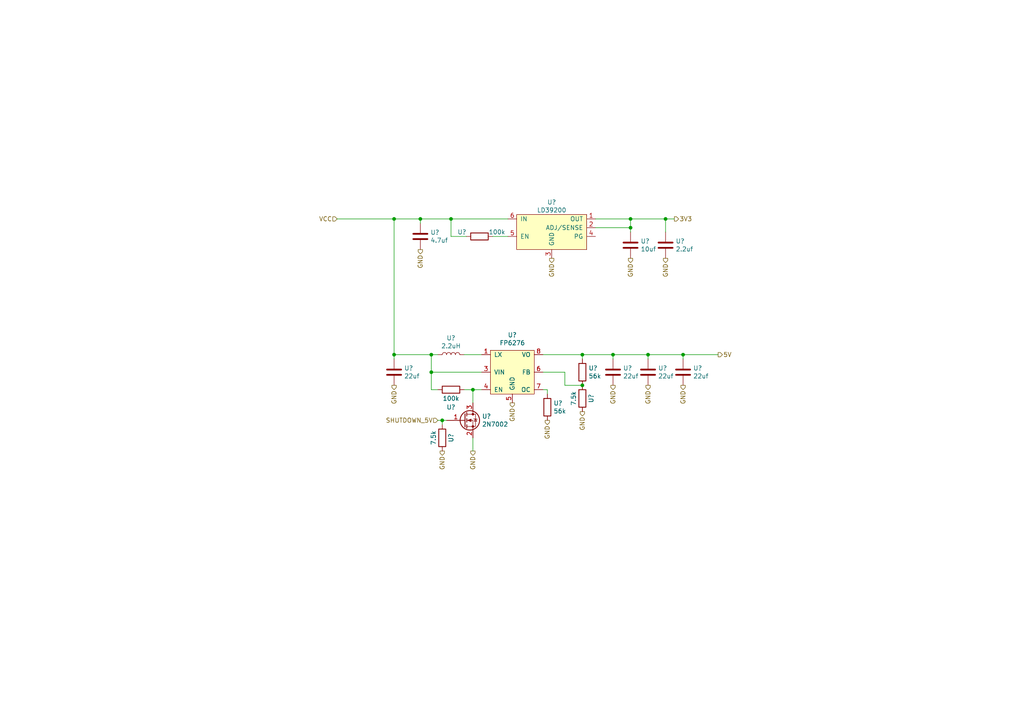
<source format=kicad_sch>
(kicad_sch (version 20211123) (generator eeschema)
  (paper "A4")
  (lib_symbols
    (symbol "B.B-rescue:2N7002-Transistor_FET-B.B-rescue-B.B-rescue" (pin_names (offset 0) hide)
      (property "Reference" "Q" (at 5.08 1.905 0))
      (property "Value" "2N7002-Transistor_FET-B.B-rescue-B.B-rescue" (at 5.08 0 0))
      (symbol "2N7002-Transistor_FET-B.B-rescue-B.B-rescue_0_1"
        (polyline (pts (xy 0.762 -1.778) (xy 2.54 -1.778)))
        (polyline (pts (xy 0.762 -1.27) (xy 0.762 -2.286)) (stroke (width 0.254)))
        (polyline (pts (xy 0.762 0) (xy 2.54 0)))
        (polyline (pts (xy 0.762 0.508) (xy 0.762 -0.508)) (stroke (width 0.254)))
        (polyline (pts (xy 0.762 1.778) (xy 2.54 1.778)))
        (polyline (pts (xy 0.762 2.286) (xy 0.762 1.27)) (stroke (width 0.254)))
        (polyline (pts (xy 2.54 -1.778) (xy 2.54 -2.54)))
        (polyline (pts (xy 2.54 -1.778) (xy 2.54 0)))
        (polyline (pts (xy 2.54 2.54) (xy 2.54 1.778)))
        (polyline (pts (xy 0.254 1.905) (xy 0.254 -1.905) (xy 0.254 -1.905)) (stroke (width 0.254)))
        (polyline (pts (xy 1.016 0) (xy 2.032 0.381) (xy 2.032 -0.381) (xy 1.016 0)) (fill (type outline)))
        (polyline (pts (xy 2.54 -1.778) (xy 3.302 -1.778) (xy 3.302 1.778) (xy 2.54 1.778)))
        (polyline (pts (xy 2.794 0.508) (xy 2.921 0.381) (xy 3.683 0.381) (xy 3.81 0.254)))
        (polyline (pts (xy 3.302 0.381) (xy 2.921 -0.254) (xy 3.683 -0.254) (xy 3.302 0.381)))
        (circle (center 1.651 0) (radius 2.8194) (stroke (width 0.254)))
        (circle (center 2.54 -1.778) (radius 0.2794) (fill (type outline)))
        (circle (center 2.54 1.778) (radius 0.2794) (fill (type outline)))
      )
      (symbol "2N7002-Transistor_FET-B.B-rescue-B.B-rescue_1_1"
        (pin input line (at -5.08 0 0) (length 5.334) (name "G") (number "1"))
        (pin passive line (at 2.54 -5.08 90) (length 2.54) (name "S") (number "2"))
        (pin passive line (at 2.54 5.08 270) (length 2.54) (name "D") (number "3"))
      )
    )
    (symbol "B.B-rescue:C-Device-B.B-rescue-B.B-rescue" (pin_numbers hide) (pin_names (offset 0.254))
      (property "Reference" "C" (at 0.635 2.54 0))
      (property "Value" "C-Device-B.B-rescue-B.B-rescue" (at 0.635 -2.54 0))
      (symbol "C-Device-B.B-rescue-B.B-rescue_0_1"
        (polyline (pts (xy -2.032 -0.762) (xy 2.032 -0.762)) (stroke (width 0.508)))
        (polyline (pts (xy -2.032 0.762) (xy 2.032 0.762)) (stroke (width 0.508)))
      )
      (symbol "C-Device-B.B-rescue-B.B-rescue_1_1"
        (pin passive line (at 0 3.81 270) (length 2.794) (name "~") (number "1"))
        (pin passive line (at 0 -3.81 90) (length 2.794) (name "~") (number "2"))
      )
    )
    (symbol "B.B-rescue:FP6276-B.B-rescue-B.B-rescue" (pin_names (offset 1.016))
      (property "Reference" "U" (at 0 5.08 0))
      (property "Value" "FP6276-B.B-rescue-B.B-rescue" (at 0 2.54 0))
      (symbol "FP6276-B.B-rescue-B.B-rescue_0_1"
        (rectangle (start -6.35 1.27) (end 6.35 -11.43) (fill (type background)))
      )
      (symbol "FP6276-B.B-rescue-B.B-rescue_1_1"
        (pin power_in line (at -8.89 0 0) (length 2.54) (name "LX") (number "1"))
        (pin power_in line (at -8.89 0 0) (length 2.54) hide (name "LX") (number "2"))
        (pin bidirectional line (at -8.89 -5.08 0) (length 2.54) (name "VIN") (number "3"))
        (pin input line (at -8.89 -10.16 0) (length 2.54) (name "EN") (number "4"))
        (pin power_in line (at 0 -13.97 90) (length 2.54) (name "GND") (number "5"))
        (pin input line (at 8.89 -5.08 180) (length 2.54) (name "FB") (number "6"))
        (pin input line (at 8.89 -10.16 180) (length 2.54) (name "OC") (number "7"))
        (pin input line (at 8.89 0 180) (length 2.54) (name "VO") (number "8"))
        (pin power_in line (at 0 -13.97 90) (length 2.54) hide (name "GND") (number "9"))
      )
    )
    (symbol "B.B-rescue:L-Device-B.B-rescue-B.B-rescue" (pin_numbers hide) (pin_names (offset 1.016) hide)
      (property "Reference" "L" (at -1.27 0 90))
      (property "Value" "L-Device-B.B-rescue-B.B-rescue" (at 1.905 0 90))
      (symbol "L-Device-B.B-rescue-B.B-rescue_0_1"
        (arc (start 0 -2.54) (mid 0.635 -1.905) (end 0 -1.27))
        (arc (start 0 -1.27) (mid 0.635 -0.635) (end 0 0))
        (arc (start 0 0) (mid 0.635 0.635) (end 0 1.27))
        (arc (start 0 1.27) (mid 0.635 1.905) (end 0 2.54))
      )
      (symbol "L-Device-B.B-rescue-B.B-rescue_1_1"
        (pin passive line (at 0 3.81 270) (length 1.27) (name "1") (number "1"))
        (pin passive line (at 0 -3.81 90) (length 1.27) (name "2") (number "2"))
      )
    )
    (symbol "B.B-rescue:LD39200-B.B-rescue" (pin_names (offset 1.016))
      (property "Reference" "U" (at 0 6.35 0))
      (property "Value" "LD39200-B.B-rescue" (at 0 3.81 0))
      (property "LCSC" "C222192" (at 0 0 0))
      (symbol "LD39200-B.B-rescue_0_1"
        (rectangle (start 10.16 1.27) (end -10.16 -8.89) (fill (type background)))
      )
      (symbol "LD39200-B.B-rescue_1_1"
        (pin power_out line (at 12.7 0 180) (length 2.54) (name "OUT") (number "1"))
        (pin input line (at 12.7 -2.54 180) (length 2.54) (name "ADJ/SENSE") (number "2"))
        (pin power_in line (at 0 -11.43 90) (length 2.54) (name "GND") (number "3"))
        (pin output line (at 12.7 -5.08 180) (length 2.54) (name "PG") (number "4"))
        (pin input line (at -12.7 -5.08 0) (length 2.54) (name "EN") (number "5"))
        (pin power_in line (at -12.7 0 0) (length 2.54) (name "IN") (number "6"))
        (pin power_in line (at 0 -11.43 90) (length 2.54) hide (name "GND") (number "7"))
      )
    )
    (symbol "B.B-rescue:R-Device-B.B-rescue-B.B-rescue" (pin_numbers hide) (pin_names (offset 0))
      (property "Reference" "R" (at 2.032 0 90))
      (property "Value" "R-Device-B.B-rescue-B.B-rescue" (at 0 0 90))
      (symbol "R-Device-B.B-rescue-B.B-rescue_0_1"
        (rectangle (start -1.016 -2.54) (end 1.016 2.54) (stroke (width 0.254)))
      )
      (symbol "R-Device-B.B-rescue-B.B-rescue_1_1"
        (pin passive line (at 0 3.81 270) (length 1.27) (name "~") (number "1"))
        (pin passive line (at 0 -3.81 90) (length 1.27) (name "~") (number "2"))
      )
    )
  )
  (junction (at 187.96 102.87))
  (junction (at 168.91 102.87))
  (junction (at 114.3 63.5))
  (junction (at 198.12 102.87))
  (junction (at 182.88 66.04))
  (junction (at 125.095 107.95))
  (junction (at 168.91 111.76))
  (junction (at 137.16 113.03))
  (junction (at 125.095 102.87))
  (junction (at 121.92 63.5))
  (junction (at 182.88 63.5))
  (junction (at 177.8 102.87))
  (junction (at 130.81 63.5))
  (junction (at 193.04 63.5))
  (junction (at 128.27 121.92))
  (junction (at 114.3 102.87))
  (wire (pts (xy 182.88 63.5) (xy 193.04 63.5)))
  (wire (pts (xy 114.3 104.14) (xy 114.3 102.87)))
  (wire (pts (xy 168.91 111.76) (xy 163.83 111.76)))
  (wire (pts (xy 158.75 113.03) (xy 157.48 113.03)))
  (wire (pts (xy 168.91 104.14) (xy 168.91 102.87)))
  (wire (pts (xy 139.7 102.87) (xy 134.62 102.87)))
  (wire (pts (xy 137.16 116.84) (xy 137.16 113.03)))
  (wire (pts (xy 114.3 63.5) (xy 114.3 102.87)))
  (wire (pts (xy 157.48 102.87) (xy 168.91 102.87)))
  (wire (pts (xy 163.83 111.76) (xy 163.83 107.95)))
  (wire (pts (xy 135.255 68.58) (xy 130.81 68.58)))
  (wire (pts (xy 158.75 114.3) (xy 158.75 113.03)))
  (wire (pts (xy 168.91 102.87) (xy 177.8 102.87)))
  (wire (pts (xy 198.12 104.14) (xy 198.12 102.87)))
  (wire (pts (xy 125.095 107.95) (xy 139.7 107.95)))
  (wire (pts (xy 137.16 113.03) (xy 139.7 113.03)))
  (wire (pts (xy 187.96 102.87) (xy 198.12 102.87)))
  (wire (pts (xy 177.8 104.14) (xy 177.8 102.87)))
  (wire (pts (xy 128.27 121.92) (xy 128.27 123.19)))
  (wire (pts (xy 130.81 68.58) (xy 130.81 63.5)))
  (wire (pts (xy 130.81 63.5) (xy 147.32 63.5)))
  (wire (pts (xy 127 113.03) (xy 125.095 113.03)))
  (wire (pts (xy 134.62 113.03) (xy 137.16 113.03)))
  (wire (pts (xy 163.83 107.95) (xy 157.48 107.95)))
  (wire (pts (xy 142.875 68.58) (xy 147.32 68.58)))
  (wire (pts (xy 128.27 121.92) (xy 129.54 121.92)))
  (wire (pts (xy 125.095 107.95) (xy 125.095 102.87)))
  (wire (pts (xy 125.095 113.03) (xy 125.095 107.95)))
  (wire (pts (xy 137.16 130.81) (xy 137.16 127)))
  (wire (pts (xy 127 121.92) (xy 128.27 121.92)))
  (wire (pts (xy 114.3 102.87) (xy 125.095 102.87)))
  (wire (pts (xy 97.79 63.5) (xy 114.3 63.5)))
  (wire (pts (xy 125.095 102.87) (xy 127 102.87)))
  (wire (pts (xy 177.8 102.87) (xy 187.96 102.87)))
  (wire (pts (xy 121.92 63.5) (xy 130.81 63.5)))
  (wire (pts (xy 182.88 63.5) (xy 172.72 63.5)))
  (wire (pts (xy 187.96 104.14) (xy 187.96 102.87)))
  (wire (pts (xy 198.12 102.87) (xy 208.28 102.87)))
  (wire (pts (xy 195.58 63.5) (xy 193.04 63.5)))
  (wire (pts (xy 182.88 66.04) (xy 182.88 63.5)))
  (wire (pts (xy 121.92 64.77) (xy 121.92 63.5)))
  (wire (pts (xy 172.72 66.04) (xy 182.88 66.04)))
  (wire (pts (xy 182.88 67.31) (xy 182.88 66.04)))
  (wire (pts (xy 121.92 63.5) (xy 114.3 63.5)))
  (wire (pts (xy 193.04 63.5) (xy 193.04 67.31)))
  (hierarchical_label "GND" (shape output) (at 128.27 130.81 270))
  (hierarchical_label "GND" (shape output) (at 121.92 72.39 270))
  (hierarchical_label "GND" (shape output) (at 187.96 111.76 270))
  (hierarchical_label "3V3" (shape output) (at 195.58 63.5 0))
  (hierarchical_label "GND" (shape output) (at 160.02 74.93 270))
  (hierarchical_label "VCC" (shape input) (at 97.79 63.5 180))
  (hierarchical_label "GND" (shape output) (at 114.3 111.76 270))
  (hierarchical_label "GND" (shape output) (at 148.59 116.84 270))
  (hierarchical_label "5V" (shape output) (at 208.28 102.87 0))
  (hierarchical_label "GND" (shape output) (at 193.04 74.93 270))
  (hierarchical_label "GND" (shape output) (at 137.16 130.81 270))
  (hierarchical_label "SHUTDOWN_5V" (shape input) (at 127 121.92 180))
  (hierarchical_label "GND" (shape output) (at 182.88 74.93 270))
  (hierarchical_label "GND" (shape output) (at 158.75 121.92 270))
  (hierarchical_label "GND" (shape output) (at 177.8 111.76 270))
  (hierarchical_label "GND" (shape output) (at 198.12 111.76 270))
  (hierarchical_label "GND" (shape output) (at 168.91 119.38 270))
  (symbol (lib_id "B.B-rescue:R-Device-B.B-rescue-B.B-rescue") (at 139.065 68.58 270) (unit 1)
    (property "Reference" "U?" (at 133.985 67.31 90))
    (property "Value" "100k" (at 144.145 67.31 90))
    (property "Footprint" "Resistor_SMD:R_0402_1005Metric" (effects hide))
    (property "LCSC" "C25741" (effects hide))
  )
  (symbol (lib_id "B.B-rescue:R-Device-B.B-rescue-B.B-rescue") (at 158.75 118.11 0) (unit 1)
    (property "Reference" "U?" (at 160.528 116.9416 0) (effects (justify left)))
    (property "Value" "56k" (at 160.528 119.253 0) (effects (justify left)))
    (property "Footprint" "Resistor_SMD:R_0402_1005Metric" (effects hide))
    (property "LCSC" "C25796" (effects hide))
  )
  (symbol (lib_id "B.B-rescue:C-Device-B.B-rescue-B.B-rescue") (at 114.3 107.95 0) (unit 1)
    (property "Reference" "U?" (at 117.221 106.7816 0) (effects (justify left)))
    (property "Value" "22uf" (at 117.221 109.093 0) (effects (justify left)))
    (property "Footprint" "Capacitor_SMD:C_0805_2012Metric" (effects hide))
    (property "LCSC" "C45783" (effects hide))
  )
  (symbol (lib_id "B.B-rescue:2N7002-Transistor_FET-B.B-rescue-B.B-rescue") (at 134.62 121.92 0) (unit 1)
    (property "Reference" "U?" (at 139.8016 120.7516 0) (effects (justify left)))
    (property "Value" "2N7002" (at 139.8016 123.063 0) (effects (justify left)))
    (property "Footprint" "Package_TO_SOT_SMD:SOT-23" (effects hide))
    (property "Datasheet" "https://datasheet.lcsc.com/szlcsc/Changjiang-Electronics-Tech-CJ-CJ3134K_C110100.pdf" (effects hide))
    (property "LCSC" "C8545" (effects hide))
    (property "JLCPCB_CORRECTION" "0;0;180" (effects hide))
  )
  (symbol (lib_id "B.B-rescue:C-Device-B.B-rescue-B.B-rescue") (at 182.88 71.12 0) (unit 1)
    (property "Reference" "U?" (at 185.801 69.9516 0) (effects (justify left)))
    (property "Value" "10uf" (at 185.801 72.263 0) (effects (justify left)))
    (property "Footprint" "Capacitor_SMD:C_0805_2012Metric" (effects hide))
    (property "LCSC" "C15850" (effects hide))
  )
  (symbol (lib_id "B.B-rescue:C-Device-B.B-rescue-B.B-rescue") (at 198.12 107.95 0) (unit 1)
    (property "Reference" "U?" (at 201.041 106.7816 0) (effects (justify left)))
    (property "Value" "22uf" (at 201.041 109.093 0) (effects (justify left)))
    (property "Footprint" "Capacitor_SMD:C_0805_2012Metric" (effects hide))
    (property "LCSC" "C45783" (effects hide))
  )
  (symbol (lib_id "B.B-rescue:C-Device-B.B-rescue-B.B-rescue") (at 121.92 68.58 0) (unit 1)
    (property "Reference" "U?" (at 124.841 67.4116 0) (effects (justify left)))
    (property "Value" "4.7uf" (at 124.841 69.723 0) (effects (justify left)))
    (property "Footprint" "Capacitor_SMD:C_0805_2012Metric" (effects hide))
    (property "LCSC" "C1779" (effects hide))
  )
  (symbol (lib_id "B.B-rescue:R-Device-B.B-rescue-B.B-rescue") (at 168.91 115.57 180) (unit 1)
    (property "Reference" "U?" (at 171.45 115.57 90))
    (property "Value" "7.5k" (at 166.37 115.57 90))
    (property "Footprint" "Resistor_SMD:R_0402_1005Metric" (effects hide))
    (property "LCSC" "C25918" (effects hide))
  )
  (symbol (lib_id "B.B-rescue:FP6276-B.B-rescue-B.B-rescue") (at 148.59 102.87 0) (unit 1)
    (property "Reference" "U?" (at 148.59 97.155 0))
    (property "Value" "FP6276" (at 148.59 99.4664 0))
    (property "Footprint" "Package_SO:SOIC-8-1EP_3.9x4.9mm_P1.27mm_EP2.41x3.81mm_ThermalVias" (effects hide))
    (property "Datasheet" "https://datasheet.lcsc.com/szlcsc/Feeling-Tech-FP6276AXR-G1_C83308.pdf" (effects hide))
    (property "LCSC" "C82652" (effects hide))
    (property "JLCPCB_CORRECTION" "0;0;-90" (effects hide))
  )
  (symbol (lib_id "B.B-rescue:L-Device-B.B-rescue-B.B-rescue") (at 130.81 102.87 90) (unit 1)
    (property "Reference" "U?" (at 130.81 98.044 90))
    (property "Value" "2.2uH" (at 130.81 100.3554 90))
    (property "Footprint" "BB:MWSA0603_6.6x7.1x3.0" (effects hide))
    (property "Datasheet" "https://datasheet.lcsc.com/szlcsc/Sunlord-MWSA0603-2R2MT_C112126.pdf" (effects hide))
    (property "LCSC" "C351096" (effects hide))
  )
  (symbol (lib_id "B.B-rescue:R-Device-B.B-rescue-B.B-rescue") (at 168.91 107.95 0) (unit 1)
    (property "Reference" "U?" (at 170.688 106.7816 0) (effects (justify left)))
    (property "Value" "56k" (at 170.688 109.093 0) (effects (justify left)))
    (property "Footprint" "Resistor_SMD:R_0402_1005Metric" (effects hide))
    (property "LCSC" "C25796" (effects hide))
  )
  (symbol (lib_id "B.B-rescue:R-Device-B.B-rescue-B.B-rescue") (at 128.27 127 180) (unit 1)
    (property "Reference" "U?" (at 130.81 127 90))
    (property "Value" "7.5k" (at 125.73 127 90))
    (property "Footprint" "Resistor_SMD:R_0402_1005Metric" (effects hide))
    (property "LCSC" "C25918" (effects hide))
  )
  (symbol (lib_id "B.B-rescue:C-Device-B.B-rescue-B.B-rescue") (at 187.96 107.95 0) (unit 1)
    (property "Reference" "U?" (at 190.881 106.7816 0) (effects (justify left)))
    (property "Value" "22uf" (at 190.881 109.093 0) (effects (justify left)))
    (property "Footprint" "Capacitor_SMD:C_0805_2012Metric" (effects hide))
    (property "LCSC" "C45783" (effects hide))
  )
  (symbol (lib_id "B.B-rescue:C-Device-B.B-rescue-B.B-rescue") (at 193.04 71.12 0) (unit 1)
    (property "Reference" "U?" (at 195.961 69.9516 0) (effects (justify left)))
    (property "Value" "2.2uf" (at 195.961 72.263 0) (effects (justify left)))
    (property "Footprint" "Capacitor_SMD:C_0805_2012Metric" (effects hide))
    (property "LCSC" "C49217" (effects hide))
  )
  (symbol (lib_id "B.B-rescue:LD39200-B.B-rescue") (at 160.02 63.5 0) (unit 1)
    (property "Reference" "U?" (at 160.02 58.6486 0))
    (property "Value" "LD39200" (at 160.02 60.96 0))
    (property "Footprint" "Package_DFN_QFN:DFN-6-1EP_3x3mm_P1mm_EP1.5x2.4mm" (effects hide))
    (property "Datasheet" "https://datasheet.lcsc.com/szlcsc/1808280153_STMicroelectronics-LD39200PU33R_C222192.pdf" (effects hide))
    (property "LCSC" "C222192" (effects hide))
  )
  (symbol (lib_id "B.B-rescue:R-Device-B.B-rescue-B.B-rescue") (at 130.81 113.03 90) (unit 1)
    (property "Reference" "U?" (at 130.81 118.11 90))
    (property "Value" "100k" (at 130.81 115.57 90))
    (property "Footprint" "Resistor_SMD:R_0402_1005Metric" (effects hide))
    (property "LCSC" "C25741" (effects hide))
  )
  (symbol (lib_id "B.B-rescue:C-Device-B.B-rescue-B.B-rescue") (at 177.8 107.95 0) (unit 1)
    (property "Reference" "U?" (at 180.721 106.7816 0) (effects (justify left)))
    (property "Value" "22uf" (at 180.721 109.093 0) (effects (justify left)))
    (property "Footprint" "Capacitor_SMD:C_0805_2012Metric" (effects hide))
    (property "LCSC" "C45783" (effects hide))
  )
)
</source>
